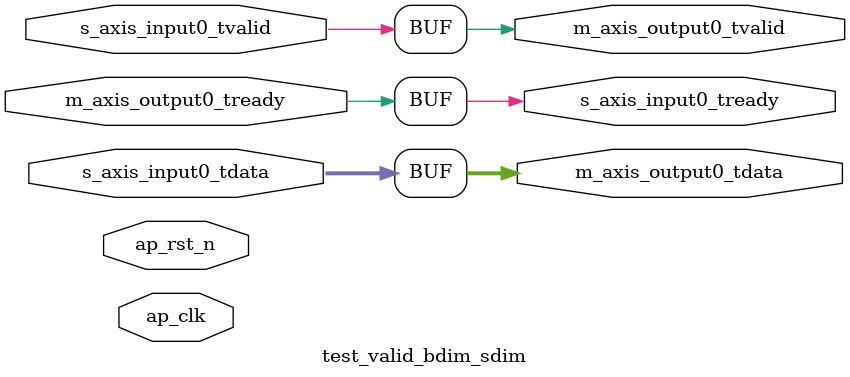
<source format=sv>


module test_valid_bdim_sdim #(
    parameter INPUT0_WIDTH = 8,
    parameter OUTPUT0_WIDTH = 8,
    parameter INPUT0_BDIM = 16,
    parameter INPUT0_SDIM = 4,
    parameter C = 64,
    parameter PE = 4
)(
    input wire ap_clk,
    input wire ap_rst_n,
    
    input wire [INPUT0_WIDTH-1:0] s_axis_input0_tdata,
    input wire s_axis_input0_tvalid,
    output wire s_axis_input0_tready,
    
    output wire [OUTPUT0_WIDTH-1:0] m_axis_output0_tdata,
    output wire m_axis_output0_tvalid,
    input wire m_axis_output0_tready
);

// Simple operation
assign m_axis_output0_tdata = s_axis_input0_tdata;
assign m_axis_output0_tvalid = s_axis_input0_tvalid;
assign s_axis_input0_tready = m_axis_output0_tready;

endmodule
</source>
